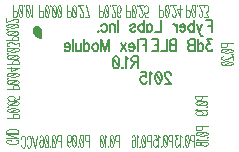
<source format=gbo>
G04 DipTrace 2.4.0.2*
%IN3dBBLEnotune.gbo*%
%MOMM*%
%ADD10C,0.25*%
%ADD56O,0.723X0.863*%
%ADD93C,0.157*%
%ADD94C,0.111*%
%FSLAX53Y53*%
G04*
G71*
G90*
G75*
G01*
%LNBotSilk*%
%LPD*%
G36*
X15757Y22017D2*
X15140Y22651D1*
X15624Y22997D1*
X15750Y22841D1*
X15757Y22017D1*
G37*
D56*
X15475Y22712D3*
X15760Y22134D2*
D10*
G02X15244Y22637I68J586D01*
G01*
X15774Y22157D2*
G03X15714Y22777I-970J219D01*
G01*
X29721Y23623D2*
D93*
X30227D1*
Y22602D1*
Y23137D2*
X29916D1*
X29430Y23283D2*
X29198Y22602D1*
X29275Y22408D1*
X29353Y22310D1*
X29430Y22262D1*
X29470D1*
X28964Y23283D2*
X29198Y22602D1*
X28713Y23623D2*
Y22602D1*
Y23137D2*
X28635Y23235D1*
X28558Y23283D1*
X28441D1*
X28364Y23235D1*
X28286Y23137D1*
X28247Y22991D1*
Y22894D1*
X28286Y22748D1*
X28364Y22652D1*
X28441Y22602D1*
X28558D1*
X28635Y22652D1*
X28713Y22748D1*
X27996Y22991D2*
X27530D1*
Y23089D1*
X27568Y23186D1*
X27607Y23235D1*
X27685Y23283D1*
X27802D1*
X27879Y23235D1*
X27957Y23137D1*
X27996Y22991D1*
Y22894D1*
X27957Y22748D1*
X27879Y22652D1*
X27802Y22602D1*
X27685D1*
X27607Y22652D1*
X27530Y22748D1*
X27279Y23283D2*
Y22602D1*
Y22991D2*
X27239Y23137D1*
X27162Y23235D1*
X27084Y23283D1*
X26967D1*
X25926Y23623D2*
Y22602D1*
X25460D1*
X24742Y23283D2*
Y22602D1*
Y23137D2*
X24820Y23235D1*
X24898Y23283D1*
X25014D1*
X25092Y23235D1*
X25169Y23137D1*
X25209Y22991D1*
Y22894D1*
X25169Y22748D1*
X25092Y22652D1*
X25014Y22602D1*
X24898D1*
X24820Y22652D1*
X24742Y22748D1*
X24491Y23623D2*
Y22602D1*
Y23137D2*
X24413Y23235D1*
X24336Y23283D1*
X24219D1*
X24142Y23235D1*
X24064Y23137D1*
X24025Y22991D1*
Y22894D1*
X24064Y22748D1*
X24142Y22652D1*
X24219Y22602D1*
X24336D1*
X24413Y22652D1*
X24491Y22748D1*
X23346Y23137D2*
X23385Y23235D1*
X23502Y23283D1*
X23619D1*
X23735Y23235D1*
X23774Y23137D1*
X23735Y23040D1*
X23657Y22991D1*
X23463Y22943D1*
X23385Y22894D1*
X23346Y22797D1*
Y22748D1*
X23385Y22652D1*
X23502Y22602D1*
X23619D1*
X23735Y22652D1*
X23774Y22748D1*
X22305Y23623D2*
Y22602D1*
X22054Y23283D2*
Y22602D1*
Y23089D2*
X21937Y23235D1*
X21859Y23283D1*
X21743D1*
X21665Y23235D1*
X21627Y23089D1*
Y22602D1*
X20908Y23137D2*
X20987Y23235D1*
X21065Y23283D1*
X21181D1*
X21259Y23235D1*
X21336Y23137D1*
X21376Y22991D1*
Y22894D1*
X21336Y22748D1*
X21259Y22652D1*
X21181Y22602D1*
X21065D1*
X20987Y22652D1*
X20908Y22748D1*
X20619Y22700D2*
X20657Y22651D1*
X20619Y22602D1*
X20579Y22651D1*
X20619Y22700D1*
X30247Y22004D2*
X29820D1*
X30053Y21615D1*
X29936D1*
X29859Y21567D1*
X29820Y21519D1*
X29780Y21373D1*
Y21276D1*
X29820Y21130D1*
X29897Y21033D1*
X30014Y20984D1*
X30131D1*
X30247Y21033D1*
X30285Y21082D1*
X30325Y21179D1*
X29063Y22005D2*
Y20984D1*
Y21519D2*
X29140Y21617D1*
X29219Y21665D1*
X29335D1*
X29413Y21617D1*
X29491Y21519D1*
X29529Y21373D1*
Y21276D1*
X29491Y21130D1*
X29413Y21034D1*
X29335Y20984D1*
X29219D1*
X29140Y21034D1*
X29063Y21130D1*
X28812Y22005D2*
Y20984D1*
X28462D1*
X28345Y21034D1*
X28306Y21082D1*
X28268Y21179D1*
Y21325D1*
X28306Y21422D1*
X28345Y21471D1*
X28462Y21519D1*
X28345Y21568D1*
X28306Y21617D1*
X28268Y21713D1*
Y21811D1*
X28306Y21907D1*
X28345Y21957D1*
X28462Y22005D1*
X28812D1*
Y21519D2*
X28462D1*
X27227Y22005D2*
Y20984D1*
X26876D1*
X26759Y21034D1*
X26721Y21082D1*
X26682Y21179D1*
Y21325D1*
X26721Y21422D1*
X26759Y21471D1*
X26876Y21519D1*
X26759Y21568D1*
X26721Y21617D1*
X26682Y21713D1*
Y21811D1*
X26721Y21907D1*
X26759Y21957D1*
X26876Y22005D1*
X27227D1*
Y21519D2*
X26876D1*
X26431Y22005D2*
Y20984D1*
X25965D1*
X25209Y22005D2*
X25714D1*
Y20984D1*
X25209D1*
X25714Y21519D2*
X25403D1*
X15439Y13831D2*
D94*
X15245Y12810D1*
X15051Y13831D1*
X14575Y13588D2*
X14599Y13685D1*
X14648Y13783D1*
X14696Y13831D1*
X14794D1*
X14842Y13783D1*
X14891Y13685D1*
X14915Y13588D1*
X14940Y13442D1*
Y13199D1*
X14915Y13054D1*
X14891Y12956D1*
X14842Y12860D1*
X14794Y12810D1*
X14696D1*
X14648Y12860D1*
X14599Y12956D1*
X14575Y13054D1*
X14100Y13588D2*
X14124Y13685D1*
X14173Y13783D1*
X14221Y13831D1*
X14318D1*
X14367Y13783D1*
X14415Y13685D1*
X14440Y13588D1*
X14464Y13442D1*
Y13199D1*
X14440Y13054D1*
X14415Y12956D1*
X14367Y12860D1*
X14318Y12810D1*
X14221D1*
X14173Y12860D1*
X14124Y12956D1*
X14100Y13054D1*
X13632Y13495D2*
X13728Y13471D1*
X13826Y13422D1*
X13874Y13374D1*
Y13277D1*
X13826Y13228D1*
X13728Y13179D1*
X13632Y13155D1*
X13486Y13131D1*
X13242D1*
X13097Y13155D1*
X12999Y13179D1*
X12903Y13228D1*
X12853Y13277D1*
Y13374D1*
X12903Y13422D1*
X12999Y13471D1*
X13097Y13495D1*
X13242D1*
Y13374D1*
X13874Y13946D2*
X12853D1*
X13874Y13606D1*
X12853D1*
X13874Y14057D2*
X12853D1*
Y14228D1*
X12903Y14301D1*
X12999Y14349D1*
X13097Y14374D1*
X13242Y14398D1*
X13486D1*
X13632Y14374D1*
X13728Y14349D1*
X13826Y14301D1*
X13874Y14228D1*
Y14057D1*
X23982Y20072D2*
D93*
X23632D1*
X23516Y20122D1*
X23476Y20170D1*
X23437Y20267D1*
Y20364D1*
X23476Y20461D1*
X23516Y20510D1*
X23632Y20559D1*
X23982D1*
Y19538D1*
X23710Y20072D2*
X23437Y19538D1*
X23186Y20363D2*
X23108Y20413D1*
X22991Y20557D1*
Y19538D1*
X22702Y19635D2*
X22740Y19586D1*
X22702Y19538D1*
X22662Y19586D1*
X22702Y19635D1*
X22178Y20557D2*
X22295Y20509D1*
X22373Y20363D1*
X22411Y20121D1*
Y19975D1*
X22373Y19732D1*
X22295Y19586D1*
X22178Y19538D1*
X22100D1*
X21984Y19586D1*
X21906Y19732D1*
X21867Y19975D1*
Y20121D1*
X21906Y20363D1*
X21984Y20509D1*
X22100Y20557D1*
X22178D1*
X21906Y20363D2*
X22373Y19732D1*
X26751Y19004D2*
Y19052D1*
X26712Y19150D1*
X26674Y19198D1*
X26595Y19247D1*
X26440D1*
X26363Y19198D1*
X26324Y19150D1*
X26285Y19052D1*
Y18956D1*
X26324Y18858D1*
X26401Y18713D1*
X26790Y18227D1*
X26246D1*
X25761Y19247D2*
X25878Y19198D1*
X25956Y19052D1*
X25995Y18810D1*
Y18664D1*
X25956Y18421D1*
X25878Y18275D1*
X25761Y18227D1*
X25684D1*
X25567Y18275D1*
X25490Y18421D1*
X25450Y18664D1*
Y18810D1*
X25490Y19052D1*
X25567Y19198D1*
X25684Y19247D1*
X25761D1*
X25490Y19052D2*
X25956Y18421D1*
X25200Y19052D2*
X25121Y19102D1*
X25005Y19247D1*
Y18227D1*
X24287Y19247D2*
X24675D1*
X24714Y18810D1*
X24675Y18858D1*
X24559Y18907D1*
X24443D1*
X24326Y18858D1*
X24248Y18761D1*
X24209Y18615D1*
Y18519D1*
X24248Y18373D1*
X24326Y18275D1*
X24443Y18227D1*
X24559D1*
X24675Y18275D1*
X24714Y18325D1*
X24754Y18421D1*
X20696Y24401D2*
D94*
X20915D1*
X20988Y24352D1*
X21013Y24303D1*
X21037Y24206D1*
Y24060D1*
X21013Y23964D1*
X20988Y23914D1*
X20915Y23866D1*
X20696D1*
Y24887D1*
X21294Y23867D2*
X21221Y23916D1*
X21172Y24062D1*
X21148Y24304D1*
Y24450D1*
X21172Y24693D1*
X21221Y24839D1*
X21294Y24887D1*
X21342D1*
X21415Y24839D1*
X21463Y24693D1*
X21488Y24450D1*
Y24304D1*
X21463Y24062D1*
X21415Y23916D1*
X21342Y23867D1*
X21294D1*
X21463Y24062D2*
X21172Y24693D1*
X21623Y24789D2*
X21599Y24839D1*
X21623Y24887D1*
X21648Y24839D1*
X21623Y24789D1*
X21784Y24110D2*
Y24062D1*
X21808Y23964D1*
X21832Y23916D1*
X21881Y23867D1*
X21978D1*
X22026Y23916D1*
X22051Y23964D1*
X22075Y24062D1*
Y24158D1*
X22051Y24256D1*
X22002Y24401D1*
X21759Y24887D1*
X22099D1*
X22502Y24012D2*
X22478Y23916D1*
X22405Y23867D1*
X22357D1*
X22284Y23916D1*
X22235Y24062D1*
X22211Y24304D1*
Y24547D1*
X22235Y24741D1*
X22284Y24839D1*
X22357Y24887D1*
X22381D1*
X22453Y24839D1*
X22502Y24741D1*
X22526Y24595D1*
Y24547D1*
X22502Y24401D1*
X22453Y24304D1*
X22381Y24256D1*
X22357D1*
X22284Y24304D1*
X22235Y24401D1*
X22211Y24547D1*
X17975Y24397D2*
X18194D1*
X18267Y24349D1*
X18292Y24299D1*
X18316Y24203D1*
Y24057D1*
X18292Y23960D1*
X18267Y23911D1*
X18194Y23862D1*
X17975D1*
Y24883D1*
X18573Y23863D2*
X18500Y23912D1*
X18451Y24058D1*
X18427Y24300D1*
Y24446D1*
X18451Y24689D1*
X18500Y24835D1*
X18573Y24883D1*
X18621D1*
X18694Y24835D1*
X18742Y24689D1*
X18767Y24446D1*
Y24300D1*
X18742Y24058D1*
X18694Y23912D1*
X18621Y23863D1*
X18573D1*
X18742Y24058D2*
X18451Y24689D1*
X18902Y24785D2*
X18878Y24835D1*
X18902Y24883D1*
X18927Y24835D1*
X18902Y24785D1*
X19063Y24106D2*
Y24058D1*
X19087Y23960D1*
X19111Y23912D1*
X19160Y23863D1*
X19257D1*
X19305Y23912D1*
X19330Y23960D1*
X19354Y24058D1*
Y24154D1*
X19330Y24252D1*
X19281Y24397D1*
X19038Y24883D1*
X19378D1*
X19587D2*
X19830Y23863D1*
X19490D1*
X13419Y24427D2*
X13638D1*
X13710Y24379D1*
X13735Y24329D1*
X13759Y24233D1*
Y24087D1*
X13735Y23990D1*
X13710Y23941D1*
X13638Y23892D1*
X13419D1*
Y24913D1*
X14016Y23894D2*
X13943Y23942D1*
X13895Y24088D1*
X13870Y24330D1*
Y24476D1*
X13895Y24719D1*
X13943Y24865D1*
X14016Y24913D1*
X14065D1*
X14138Y24865D1*
X14186Y24719D1*
X14211Y24476D1*
Y24330D1*
X14186Y24088D1*
X14138Y23942D1*
X14065Y23894D1*
X14016D1*
X14186Y24088D2*
X13895Y24719D1*
X14346Y24816D2*
X14322Y24865D1*
X14346Y24913D1*
X14371Y24865D1*
X14346Y24816D1*
X14628Y23894D2*
X14555Y23942D1*
X14506Y24088D1*
X14482Y24330D1*
Y24476D1*
X14506Y24719D1*
X14555Y24865D1*
X14628Y24913D1*
X14676D1*
X14749Y24865D1*
X14797Y24719D1*
X14822Y24476D1*
Y24330D1*
X14797Y24088D1*
X14749Y23942D1*
X14676Y23894D1*
X14628D1*
X14797Y24088D2*
X14506Y24719D1*
X14933Y24088D2*
X14982Y24038D1*
X15055Y23894D1*
Y24913D1*
X13344Y21903D2*
Y22122D1*
X13393Y22195D1*
X13442Y22219D1*
X13539Y22244D1*
X13685D1*
X13781Y22219D1*
X13831Y22195D1*
X13879Y22122D1*
Y21903D1*
X12858D1*
X13878Y22501D2*
X13829Y22428D1*
X13683Y22379D1*
X13441Y22355D1*
X13295D1*
X13052Y22379D1*
X12906Y22428D1*
X12858Y22501D1*
Y22549D1*
X12906Y22622D1*
X13052Y22670D1*
X13295Y22695D1*
X13441D1*
X13683Y22670D1*
X13829Y22622D1*
X13878Y22549D1*
Y22501D1*
X13683Y22670D2*
X13052Y22379D1*
X12956Y22830D2*
X12906Y22806D1*
X12858Y22830D1*
X12906Y22855D1*
X12956Y22830D1*
X13878Y23112D2*
X13829Y23039D1*
X13683Y22990D1*
X13441Y22966D1*
X13295D1*
X13052Y22990D1*
X12906Y23039D1*
X12858Y23112D1*
Y23160D1*
X12906Y23233D1*
X13052Y23282D1*
X13295Y23306D1*
X13441D1*
X13683Y23282D1*
X13829Y23233D1*
X13878Y23160D1*
Y23112D1*
X13683Y23282D2*
X13052Y22990D1*
X13635Y23442D2*
X13683D1*
X13781Y23466D1*
X13829Y23490D1*
X13878Y23539D1*
Y23636D1*
X13829Y23685D1*
X13781Y23709D1*
X13683Y23734D1*
X13587D1*
X13489Y23709D1*
X13344Y23661D1*
X12858Y23417D1*
Y23758D1*
X13363Y19884D2*
Y20103D1*
X13411Y20176D1*
X13460Y20200D1*
X13557Y20224D1*
X13703D1*
X13799Y20200D1*
X13849Y20176D1*
X13897Y20103D1*
Y19884D1*
X12876D1*
X13896Y20482D2*
X13848Y20409D1*
X13702Y20360D1*
X13459Y20336D1*
X13313D1*
X13071Y20360D1*
X12925Y20409D1*
X12876Y20482D1*
Y20530D1*
X12925Y20603D1*
X13071Y20651D1*
X13313Y20676D1*
X13459D1*
X13702Y20651D1*
X13848Y20603D1*
X13896Y20530D1*
Y20482D1*
X13702Y20651D2*
X13071Y20360D1*
X12974Y20811D2*
X12925Y20787D1*
X12876Y20811D1*
X12925Y20836D1*
X12974Y20811D1*
X13896Y21093D2*
X13848Y21020D1*
X13702Y20971D1*
X13459Y20947D1*
X13313D1*
X13071Y20971D1*
X12925Y21020D1*
X12876Y21093D1*
Y21141D1*
X12925Y21214D1*
X13071Y21263D1*
X13313Y21287D1*
X13459D1*
X13702Y21263D1*
X13848Y21214D1*
X13896Y21141D1*
Y21093D1*
X13702Y21263D2*
X13071Y20971D1*
X13896Y21447D2*
Y21714D1*
X13507Y21568D1*
Y21641D1*
X13459Y21690D1*
X13411Y21714D1*
X13265Y21739D1*
X13168D1*
X13022Y21714D1*
X12925Y21666D1*
X12876Y21593D1*
Y21520D1*
X12925Y21447D1*
X12974Y21423D1*
X13071Y21398D1*
X13389Y15353D2*
Y15572D1*
X13437Y15644D1*
X13486Y15669D1*
X13583Y15693D1*
X13729D1*
X13826Y15669D1*
X13875Y15644D1*
X13923Y15572D1*
Y15353D1*
X12902D1*
X13922Y15950D2*
X13874Y15877D1*
X13728Y15828D1*
X13485Y15804D1*
X13339D1*
X13097Y15828D1*
X12951Y15877D1*
X12902Y15950D1*
Y15998D1*
X12951Y16071D1*
X13097Y16120D1*
X13339Y16144D1*
X13485D1*
X13728Y16120D1*
X13874Y16071D1*
X13922Y15998D1*
Y15950D1*
X13728Y16120D2*
X13097Y15828D1*
X13000Y16280D2*
X12951Y16255D1*
X12902Y16280D1*
X12951Y16304D1*
X13000Y16280D1*
X13922Y16561D2*
X13874Y16488D1*
X13728Y16439D1*
X13485Y16415D1*
X13339D1*
X13097Y16439D1*
X12951Y16488D1*
X12902Y16561D1*
Y16610D1*
X12951Y16683D1*
X13097Y16731D1*
X13339Y16756D1*
X13485D1*
X13728Y16731D1*
X13874Y16683D1*
X13922Y16610D1*
Y16561D1*
X13728Y16731D2*
X13097Y16439D1*
X13922Y17158D2*
Y16916D1*
X13485Y16891D1*
X13534Y16916D1*
X13583Y16989D1*
Y17061D1*
X13534Y17134D1*
X13437Y17183D1*
X13291Y17207D1*
X13194D1*
X13048Y17183D1*
X12951Y17134D1*
X12902Y17061D1*
Y16989D1*
X12951Y16916D1*
X13000Y16891D1*
X13097Y16867D1*
X17478Y13345D2*
X17259D1*
X17187Y13393D1*
X17162Y13442D1*
X17138Y13539D1*
Y13685D1*
X17162Y13781D1*
X17187Y13831D1*
X17259Y13879D1*
X17478D1*
Y12858D1*
X16881Y13878D2*
X16954Y13830D1*
X17003Y13684D1*
X17027Y13441D1*
Y13295D1*
X17003Y13053D1*
X16954Y12907D1*
X16881Y12858D1*
X16833D1*
X16760Y12907D1*
X16711Y13053D1*
X16687Y13295D1*
Y13441D1*
X16711Y13684D1*
X16760Y13830D1*
X16833Y13878D1*
X16881D1*
X16711Y13684D2*
X17003Y13053D1*
X16551Y12956D2*
X16575Y12907D1*
X16551Y12858D1*
X16527Y12907D1*
X16551Y12956D1*
X16269Y13878D2*
X16342Y13830D1*
X16391Y13684D1*
X16415Y13441D1*
Y13295D1*
X16391Y13053D1*
X16342Y12907D1*
X16269Y12858D1*
X16221D1*
X16148Y12907D1*
X16100Y13053D1*
X16075Y13295D1*
Y13441D1*
X16100Y13684D1*
X16148Y13830D1*
X16221Y13878D1*
X16269D1*
X16100Y13684D2*
X16391Y13053D1*
X15673Y13733D2*
X15697Y13830D1*
X15770Y13878D1*
X15818D1*
X15891Y13830D1*
X15940Y13684D1*
X15964Y13441D1*
Y13199D1*
X15940Y13004D1*
X15891Y12907D1*
X15818Y12858D1*
X15794D1*
X15721Y12907D1*
X15673Y13004D1*
X15648Y13150D1*
Y13199D1*
X15673Y13345D1*
X15721Y13441D1*
X15794Y13489D1*
X15818D1*
X15891Y13441D1*
X15940Y13345D1*
X15964Y13199D1*
X13376Y17763D2*
Y17982D1*
X13424Y18055D1*
X13474Y18079D1*
X13570Y18103D1*
X13716D1*
X13813Y18079D1*
X13862Y18055D1*
X13911Y17982D1*
Y17763D1*
X12890D1*
X13909Y18361D2*
X13861Y18288D1*
X13715Y18239D1*
X13473Y18215D1*
X13327D1*
X13084Y18239D1*
X12938Y18288D1*
X12890Y18361D1*
Y18409D1*
X12938Y18482D1*
X13084Y18530D1*
X13327Y18555D1*
X13473D1*
X13715Y18530D1*
X13861Y18482D1*
X13909Y18409D1*
Y18361D1*
X13715Y18530D2*
X13084Y18239D1*
X12987Y18690D2*
X12938Y18666D1*
X12890Y18690D1*
X12938Y18715D1*
X12987Y18690D1*
X13909Y18972D2*
X13861Y18899D1*
X13715Y18850D1*
X13473Y18826D1*
X13327D1*
X13084Y18850D1*
X12938Y18899D1*
X12890Y18972D1*
Y19020D1*
X12938Y19093D1*
X13084Y19141D1*
X13327Y19166D1*
X13473D1*
X13715Y19141D1*
X13861Y19093D1*
X13909Y19020D1*
Y18972D1*
X13715Y19141D2*
X13084Y18850D1*
X12890Y19520D2*
X13909D1*
X13230Y19277D1*
Y19642D1*
X26910Y13360D2*
X26691D1*
X26618Y13409D1*
X26593Y13458D1*
X26569Y13555D1*
Y13701D1*
X26593Y13797D1*
X26618Y13847D1*
X26691Y13895D1*
X26910D1*
Y12874D1*
X26312Y13894D2*
X26385Y13845D1*
X26434Y13699D1*
X26458Y13457D1*
Y13311D1*
X26434Y13068D1*
X26385Y12922D1*
X26312Y12874D1*
X26264D1*
X26191Y12922D1*
X26143Y13068D1*
X26118Y13311D1*
Y13457D1*
X26143Y13699D1*
X26191Y13845D1*
X26264Y13894D1*
X26312D1*
X26143Y13699D2*
X26434Y13068D1*
X25983Y12972D2*
X26007Y12922D1*
X25983Y12874D1*
X25958Y12922D1*
X25983Y12972D1*
X25847Y13699D2*
X25798Y13749D1*
X25725Y13894D1*
Y12874D1*
X25322Y13894D2*
X25565D1*
X25589Y13457D1*
X25565Y13505D1*
X25492Y13555D1*
X25420D1*
X25347Y13505D1*
X25298Y13409D1*
X25274Y13263D1*
Y13166D1*
X25298Y13020D1*
X25347Y12922D1*
X25420Y12874D1*
X25492D1*
X25565Y12922D1*
X25589Y12972D1*
X25614Y13068D1*
X19831Y13382D2*
X19612D1*
X19540Y13430D1*
X19515Y13480D1*
X19491Y13576D1*
Y13722D1*
X19515Y13819D1*
X19540Y13868D1*
X19612Y13916D1*
X19831D1*
Y12896D1*
X19234Y13915D2*
X19307Y13867D1*
X19356Y13721D1*
X19380Y13478D1*
Y13332D1*
X19356Y13090D1*
X19307Y12944D1*
X19234Y12896D1*
X19185D1*
X19112Y12944D1*
X19064Y13090D1*
X19039Y13332D1*
Y13478D1*
X19064Y13721D1*
X19112Y13867D1*
X19185Y13915D1*
X19234D1*
X19064Y13721D2*
X19356Y13090D1*
X18904Y12993D2*
X18928Y12944D1*
X18904Y12896D1*
X18879Y12944D1*
X18904Y12993D1*
X18622Y13915D2*
X18695Y13867D1*
X18744Y13721D1*
X18768Y13478D1*
Y13332D1*
X18744Y13090D1*
X18695Y12944D1*
X18622Y12896D1*
X18574D1*
X18501Y12944D1*
X18453Y13090D1*
X18428Y13332D1*
Y13478D1*
X18453Y13721D1*
X18501Y13867D1*
X18574Y13915D1*
X18622D1*
X18453Y13721D2*
X18744Y13090D1*
X18001Y13576D2*
X18026Y13430D1*
X18074Y13332D1*
X18147Y13284D1*
X18171D1*
X18244Y13332D1*
X18292Y13430D1*
X18317Y13576D1*
Y13624D1*
X18292Y13770D1*
X18244Y13867D1*
X18171Y13915D1*
X18147D1*
X18074Y13867D1*
X18026Y13770D1*
X18001Y13576D1*
Y13332D1*
X18026Y13090D1*
X18074Y12944D1*
X18147Y12896D1*
X18195D1*
X18268Y12944D1*
X18292Y13042D1*
X22387Y13356D2*
X22168D1*
X22096Y13405D1*
X22071Y13454D1*
X22047Y13551D1*
Y13697D1*
X22071Y13793D1*
X22096Y13843D1*
X22168Y13891D1*
X22387D1*
Y12870D1*
X21790Y13890D2*
X21863Y13841D1*
X21912Y13695D1*
X21936Y13453D1*
Y13307D1*
X21912Y13064D1*
X21863Y12918D1*
X21790Y12870D1*
X21742D1*
X21669Y12918D1*
X21620Y13064D1*
X21596Y13307D1*
Y13453D1*
X21620Y13695D1*
X21669Y13841D1*
X21742Y13890D1*
X21790D1*
X21620Y13695D2*
X21912Y13064D1*
X21460Y12968D2*
X21484Y12918D1*
X21460Y12870D1*
X21436Y12918D1*
X21460Y12968D1*
X21325Y13695D2*
X21276Y13745D1*
X21203Y13890D1*
Y12870D1*
X20946Y13890D2*
X21019Y13841D1*
X21067Y13695D1*
X21092Y13453D1*
Y13307D1*
X21067Y13064D1*
X21019Y12918D1*
X20946Y12870D1*
X20897D1*
X20824Y12918D1*
X20776Y13064D1*
X20751Y13307D1*
Y13453D1*
X20776Y13695D1*
X20824Y13841D1*
X20897Y13890D1*
X20946D1*
X20776Y13695D2*
X21067Y13064D1*
X25069Y13338D2*
X24850D1*
X24777Y13387D1*
X24753Y13436D1*
X24728Y13533D1*
Y13679D1*
X24753Y13775D1*
X24777Y13825D1*
X24850Y13873D1*
X25069D1*
Y12852D1*
X24471Y13872D2*
X24544Y13824D1*
X24593Y13678D1*
X24617Y13435D1*
Y13289D1*
X24593Y13046D1*
X24544Y12900D1*
X24471Y12852D1*
X24423D1*
X24350Y12900D1*
X24302Y13046D1*
X24277Y13289D1*
Y13435D1*
X24302Y13678D1*
X24350Y13824D1*
X24423Y13872D1*
X24471D1*
X24302Y13678D2*
X24593Y13046D1*
X24142Y12950D2*
X24166Y12900D1*
X24142Y12852D1*
X24117Y12900D1*
X24142Y12950D1*
X24006Y13678D2*
X23957Y13727D1*
X23884Y13872D1*
Y12852D1*
X23481Y13727D2*
X23506Y13824D1*
X23579Y13872D1*
X23627D1*
X23700Y13824D1*
X23749Y13678D1*
X23773Y13435D1*
Y13192D1*
X23749Y12998D1*
X23700Y12900D1*
X23627Y12852D1*
X23603D1*
X23530Y12900D1*
X23481Y12998D1*
X23457Y13144D1*
Y13192D1*
X23481Y13338D1*
X23530Y13435D1*
X23603Y13483D1*
X23627D1*
X23700Y13435D1*
X23749Y13338D1*
X23773Y13192D1*
X15651Y24404D2*
X15870D1*
X15942Y24356D1*
X15967Y24306D1*
X15991Y24210D1*
Y24064D1*
X15967Y23967D1*
X15942Y23918D1*
X15870Y23870D1*
X15651D1*
Y24890D1*
X16248Y23871D2*
X16175Y23919D1*
X16126Y24065D1*
X16102Y24308D1*
Y24454D1*
X16126Y24696D1*
X16175Y24842D1*
X16248Y24890D1*
X16296D1*
X16369Y24842D1*
X16418Y24696D1*
X16442Y24454D1*
Y24308D1*
X16418Y24065D1*
X16369Y23919D1*
X16296Y23871D1*
X16248D1*
X16418Y24065D2*
X16126Y24696D1*
X16578Y24793D2*
X16553Y24842D1*
X16578Y24890D1*
X16602Y24842D1*
X16578Y24793D1*
X16859Y23871D2*
X16786Y23919D1*
X16738Y24065D1*
X16713Y24308D1*
Y24454D1*
X16738Y24696D1*
X16786Y24842D1*
X16859Y24890D1*
X16908D1*
X16981Y24842D1*
X17029Y24696D1*
X17054Y24454D1*
Y24308D1*
X17029Y24065D1*
X16981Y23919D1*
X16908Y23871D1*
X16859D1*
X17029Y24065D2*
X16738Y24696D1*
X17311Y23871D2*
X17238Y23919D1*
X17189Y24065D1*
X17165Y24308D1*
Y24454D1*
X17189Y24696D1*
X17238Y24842D1*
X17311Y24890D1*
X17359D1*
X17432Y24842D1*
X17480Y24696D1*
X17505Y24454D1*
Y24308D1*
X17480Y24065D1*
X17432Y23919D1*
X17359Y23871D1*
X17311D1*
X17480Y24065D2*
X17189Y24696D1*
X25808Y24437D2*
X26027D1*
X26100Y24388D1*
X26125Y24339D1*
X26149Y24242D1*
Y24096D1*
X26125Y24000D1*
X26100Y23950D1*
X26027Y23902D1*
X25808D1*
Y24923D1*
X26406Y23903D2*
X26333Y23951D1*
X26284Y24097D1*
X26260Y24340D1*
Y24486D1*
X26284Y24729D1*
X26333Y24875D1*
X26406Y24923D1*
X26454D1*
X26527Y24875D1*
X26575Y24729D1*
X26600Y24486D1*
Y24340D1*
X26575Y24097D1*
X26527Y23951D1*
X26454Y23903D1*
X26406D1*
X26575Y24097D2*
X26284Y24729D1*
X26735Y24825D2*
X26711Y24875D1*
X26735Y24923D1*
X26760Y24875D1*
X26735Y24825D1*
X26896Y24146D2*
Y24097D1*
X26920Y24000D1*
X26944Y23951D1*
X26993Y23903D1*
X27090D1*
X27139Y23951D1*
X27163Y24000D1*
X27187Y24097D1*
Y24194D1*
X27163Y24292D1*
X27114Y24437D1*
X26871Y24923D1*
X27212D1*
X27566D2*
Y23903D1*
X27323Y24583D1*
X27687D1*
X28065Y24450D2*
X28284D1*
X28356Y24402D1*
X28381Y24352D1*
X28405Y24256D1*
Y24110D1*
X28381Y24013D1*
X28356Y23964D1*
X28284Y23915D1*
X28065D1*
Y24936D1*
X28662Y23917D2*
X28589Y23965D1*
X28540Y24111D1*
X28516Y24353D1*
Y24499D1*
X28540Y24742D1*
X28589Y24888D1*
X28662Y24936D1*
X28710D1*
X28783Y24888D1*
X28832Y24742D1*
X28856Y24499D1*
Y24353D1*
X28832Y24111D1*
X28783Y23965D1*
X28710Y23917D1*
X28662D1*
X28832Y24111D2*
X28540Y24742D1*
X28992Y24839D2*
X28967Y24888D1*
X28992Y24936D1*
X29016Y24888D1*
X28992Y24839D1*
X29152Y24159D2*
Y24111D1*
X29176Y24013D1*
X29200Y23965D1*
X29249Y23917D1*
X29346D1*
X29395Y23965D1*
X29419Y24013D1*
X29443Y24111D1*
Y24207D1*
X29419Y24305D1*
X29370Y24450D1*
X29127Y24936D1*
X29468D1*
X29628Y23917D2*
X29894D1*
X29749Y24305D1*
X29822D1*
X29870Y24353D1*
X29894Y24402D1*
X29919Y24548D1*
Y24644D1*
X29894Y24790D1*
X29846Y24888D1*
X29773Y24936D1*
X29700D1*
X29628Y24888D1*
X29603Y24839D1*
X29579Y24742D1*
X23009Y24397D2*
X23228D1*
X23300Y24349D1*
X23325Y24299D1*
X23349Y24203D1*
Y24057D1*
X23325Y23960D1*
X23300Y23911D1*
X23228Y23862D1*
X23009D1*
Y24883D1*
X23606Y23864D2*
X23533Y23912D1*
X23484Y24058D1*
X23460Y24300D1*
Y24446D1*
X23484Y24689D1*
X23533Y24835D1*
X23606Y24883D1*
X23654D1*
X23727Y24835D1*
X23776Y24689D1*
X23800Y24446D1*
Y24300D1*
X23776Y24058D1*
X23727Y23912D1*
X23654Y23864D1*
X23606D1*
X23776Y24058D2*
X23484Y24689D1*
X23935Y24786D2*
X23911Y24835D1*
X23935Y24883D1*
X23960Y24835D1*
X23935Y24786D1*
X24096Y24106D2*
Y24058D1*
X24120Y23960D1*
X24144Y23912D1*
X24193Y23864D1*
X24290D1*
X24339Y23912D1*
X24363Y23960D1*
X24387Y24058D1*
Y24154D1*
X24363Y24252D1*
X24314Y24397D1*
X24071Y24883D1*
X24412D1*
X24814Y23864D2*
X24572D1*
X24547Y24300D1*
X24572Y24252D1*
X24645Y24203D1*
X24717D1*
X24790Y24252D1*
X24839Y24349D1*
X24863Y24495D1*
Y24591D1*
X24839Y24737D1*
X24790Y24835D1*
X24717Y24883D1*
X24645D1*
X24572Y24835D1*
X24547Y24786D1*
X24523Y24689D1*
X28748Y13375D2*
X28529D1*
X28457Y13423D1*
X28432Y13472D1*
X28408Y13569D1*
Y13715D1*
X28432Y13812D1*
X28457Y13861D1*
X28529Y13909D1*
X28748D1*
Y12888D1*
X28151Y13908D2*
X28224Y13860D1*
X28272Y13714D1*
X28297Y13471D1*
Y13325D1*
X28272Y13083D1*
X28224Y12937D1*
X28151Y12888D1*
X28102D1*
X28029Y12937D1*
X27981Y13083D1*
X27956Y13325D1*
Y13471D1*
X27981Y13714D1*
X28029Y13860D1*
X28102Y13908D1*
X28151D1*
X27981Y13714D2*
X28272Y13083D1*
X27821Y12986D2*
X27845Y12937D1*
X27821Y12888D1*
X27796Y12937D1*
X27821Y12986D1*
X27685Y13714D2*
X27636Y13763D1*
X27563Y13908D1*
Y12888D1*
X27403Y13908D2*
X27137D1*
X27282Y13520D1*
X27209D1*
X27161Y13471D1*
X27137Y13423D1*
X27112Y13277D1*
Y13180D1*
X27137Y13034D1*
X27185Y12937D1*
X27258Y12888D1*
X27331D1*
X27403Y12937D1*
X27428Y12986D1*
X27452Y13083D1*
X29421Y14622D2*
Y14403D1*
X29373Y14331D1*
X29324Y14306D1*
X29227Y14282D1*
X29081D1*
X28984Y14306D1*
X28935Y14331D1*
X28887Y14403D1*
Y14622D1*
X29908D1*
X28888Y14025D2*
X28936Y14098D1*
X29082Y14146D1*
X29325Y14171D1*
X29471D1*
X29713Y14146D1*
X29859Y14098D1*
X29908Y14025D1*
Y13976D1*
X29859Y13903D1*
X29713Y13855D1*
X29471Y13830D1*
X29325D1*
X29082Y13855D1*
X28936Y13903D1*
X28888Y13976D1*
Y14025D1*
X29082Y13855D2*
X29713Y14146D1*
X29810Y13695D2*
X29859Y13719D1*
X29908Y13695D1*
X29859Y13670D1*
X29810Y13695D1*
X29082Y13559D2*
X29033Y13510D1*
X28888Y13437D1*
X29908D1*
X28888Y13205D2*
X28936Y13277D1*
X29033Y13302D1*
X29130D1*
X29227Y13277D1*
X29276Y13229D1*
X29325Y13132D1*
X29373Y13059D1*
X29471Y13011D1*
X29567Y12986D1*
X29713D1*
X29810Y13011D1*
X29859Y13035D1*
X29908Y13108D1*
Y13205D1*
X29859Y13277D1*
X29810Y13302D1*
X29713Y13326D1*
X29567D1*
X29471Y13302D1*
X29373Y13253D1*
X29325Y13181D1*
X29276Y13084D1*
X29227Y13035D1*
X29130Y13011D1*
X29033D1*
X28936Y13035D1*
X28888Y13108D1*
Y13205D1*
X29396Y17204D2*
Y16985D1*
X29348Y16913D1*
X29298Y16888D1*
X29202Y16864D1*
X29056D1*
X28959Y16888D1*
X28910Y16913D1*
X28861Y16985D1*
Y17204D1*
X29882D1*
X28862Y16607D2*
X28911Y16680D1*
X29057Y16729D1*
X29299Y16753D1*
X29445D1*
X29688Y16729D1*
X29834Y16680D1*
X29882Y16607D1*
Y16559D1*
X29834Y16486D1*
X29688Y16437D1*
X29445Y16413D1*
X29299D1*
X29057Y16437D1*
X28911Y16486D1*
X28862Y16559D1*
Y16607D1*
X29057Y16437D2*
X29688Y16729D1*
X29784Y16278D2*
X29834Y16302D1*
X29882Y16278D1*
X29834Y16253D1*
X29784Y16278D1*
X29057Y16142D2*
X29007Y16093D1*
X28862Y16020D1*
X29882D1*
X29202Y15593D2*
X29348Y15617D1*
X29445Y15666D1*
X29494Y15739D1*
Y15763D1*
X29445Y15836D1*
X29348Y15884D1*
X29202Y15909D1*
X29153D1*
X29007Y15884D1*
X28911Y15836D1*
X28862Y15763D1*
Y15739D1*
X28911Y15666D1*
X29007Y15617D1*
X29202Y15593D1*
X29445D1*
X29688Y15617D1*
X29834Y15666D1*
X29882Y15739D1*
Y15787D1*
X29834Y15860D1*
X29736Y15884D1*
X31526Y21645D2*
Y21426D1*
X31478Y21353D1*
X31428Y21328D1*
X31332Y21304D1*
X31186D1*
X31089Y21328D1*
X31040Y21353D1*
X30992Y21426D1*
Y21645D1*
X32012D1*
X30993Y21047D2*
X31041Y21120D1*
X31187Y21169D1*
X31430Y21193D1*
X31576D1*
X31818Y21169D1*
X31964Y21120D1*
X32012Y21047D1*
Y20999D1*
X31964Y20926D1*
X31818Y20878D1*
X31576Y20853D1*
X31430D1*
X31187Y20878D1*
X31041Y20926D1*
X30993Y20999D1*
Y21047D1*
X31187Y20878D2*
X31818Y21169D1*
X31915Y20718D2*
X31964Y20742D1*
X32012Y20718D1*
X31964Y20693D1*
X31915Y20718D1*
X31235Y20557D2*
X31187D1*
X31089Y20533D1*
X31041Y20509D1*
X30993Y20460D1*
Y20363D1*
X31041Y20315D1*
X31089Y20290D1*
X31187Y20266D1*
X31284D1*
X31381Y20290D1*
X31526Y20339D1*
X32012Y20582D1*
Y20242D1*
X30993Y19984D2*
X31041Y20057D1*
X31187Y20106D1*
X31430Y20130D1*
X31576D1*
X31818Y20106D1*
X31964Y20057D1*
X32012Y19984D1*
Y19936D1*
X31964Y19863D1*
X31818Y19815D1*
X31576Y19790D1*
X31430D1*
X31187Y19815D1*
X31041Y19863D1*
X30993Y19936D1*
Y19984D1*
X31187Y19815D2*
X31818Y20106D1*
X24208Y22010D2*
D93*
X24714D1*
Y20989D1*
Y21524D2*
X24403D1*
X23957Y22010D2*
Y20989D1*
X23706Y21378D2*
X23240D1*
Y21475D1*
X23278Y21573D1*
X23317Y21621D1*
X23395Y21670D1*
X23512D1*
X23589Y21621D1*
X23667Y21524D1*
X23706Y21378D1*
Y21281D1*
X23667Y21135D1*
X23589Y21039D1*
X23512Y20989D1*
X23395D1*
X23317Y21039D1*
X23240Y21135D1*
X22989Y21670D2*
X22561Y20989D1*
Y21670D2*
X22989Y20989D1*
X20898D2*
Y22010D1*
X21209Y20989D1*
X21520Y22010D1*
Y20989D1*
X20453Y21670D2*
X20530Y21621D1*
X20609Y21524D1*
X20647Y21378D1*
Y21281D1*
X20609Y21135D1*
X20530Y21039D1*
X20453Y20989D1*
X20336D1*
X20258Y21039D1*
X20181Y21135D1*
X20141Y21281D1*
Y21378D1*
X20181Y21524D1*
X20258Y21621D1*
X20336Y21670D1*
X20453D1*
X19424Y22010D2*
Y20989D1*
Y21524D2*
X19501Y21621D1*
X19579Y21670D1*
X19696D1*
X19774Y21621D1*
X19852Y21524D1*
X19890Y21378D1*
Y21281D1*
X19852Y21135D1*
X19774Y21039D1*
X19696Y20989D1*
X19579D1*
X19501Y21039D1*
X19424Y21135D1*
X19173Y21670D2*
Y21183D1*
X19134Y21039D1*
X19056Y20989D1*
X18939D1*
X18862Y21039D1*
X18745Y21183D1*
Y21670D2*
Y20989D1*
X18494Y22010D2*
Y20989D1*
X18243Y21378D2*
X17777D1*
Y21475D1*
X17816Y21573D1*
X17854Y21621D1*
X17933Y21670D1*
X18049D1*
X18127Y21621D1*
X18205Y21524D1*
X18243Y21378D1*
Y21281D1*
X18205Y21135D1*
X18127Y21039D1*
X18049Y20989D1*
X17933D1*
X17854Y21039D1*
X17777Y21135D1*
M02*

</source>
